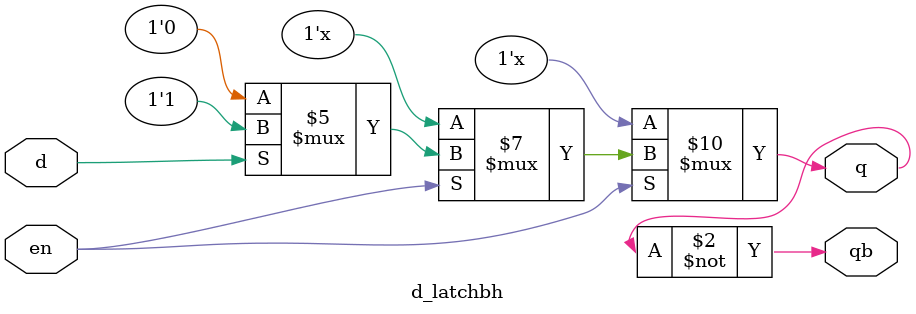
<source format=v>
`timescale 1ns / 1ps
module d_latchbh(
    input d,en,
    output reg q,qb
    );
	
	 always@(*)
	 begin
		if(en)
			begin
				if(d) q=1;
				else  q=0;
			end
		else q=q;
		qb=~q;
	 end

endmodule

</source>
